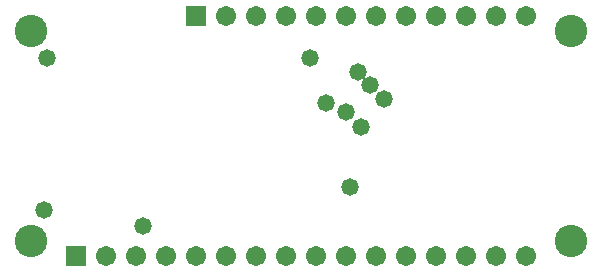
<source format=gbs>
G04*
G04 #@! TF.GenerationSoftware,Altium Limited,Altium Designer,20.1.14 (287)*
G04*
G04 Layer_Color=16711935*
%FSLAX25Y25*%
%MOIN*%
G70*
G04*
G04 #@! TF.SameCoordinates,6A9D062D-DFAF-4A18-B4C3-A7C2119B1702*
G04*
G04*
G04 #@! TF.FilePolarity,Negative*
G04*
G01*
G75*
%ADD18C,0.06706*%
%ADD19R,0.06706X0.06706*%
%ADD20C,0.10800*%
%ADD21C,0.05800*%
D18*
X75000Y85000D02*
D03*
X85000D02*
D03*
X95000D02*
D03*
X105000D02*
D03*
X115000D02*
D03*
X125000D02*
D03*
X135000D02*
D03*
X145000D02*
D03*
X155000D02*
D03*
X165000D02*
D03*
X175000D02*
D03*
X35000Y5000D02*
D03*
X45000D02*
D03*
X55000D02*
D03*
X65000D02*
D03*
X75000D02*
D03*
X85000D02*
D03*
X95000D02*
D03*
X105000D02*
D03*
X115000D02*
D03*
X125000D02*
D03*
X135000D02*
D03*
X145000D02*
D03*
X155000D02*
D03*
X165000D02*
D03*
X175000D02*
D03*
D19*
X65000Y85000D02*
D03*
X25000Y5000D02*
D03*
D20*
X190000Y10000D02*
D03*
Y80000D02*
D03*
X10000D02*
D03*
Y10000D02*
D03*
D21*
X127750Y57500D02*
D03*
X123000Y62000D02*
D03*
X119000Y66500D02*
D03*
X108500Y56000D02*
D03*
X115000Y53000D02*
D03*
X120000Y48000D02*
D03*
X47500Y15000D02*
D03*
X103059Y71059D02*
D03*
X14500Y20500D02*
D03*
X15500Y71000D02*
D03*
X116500Y28000D02*
D03*
M02*

</source>
